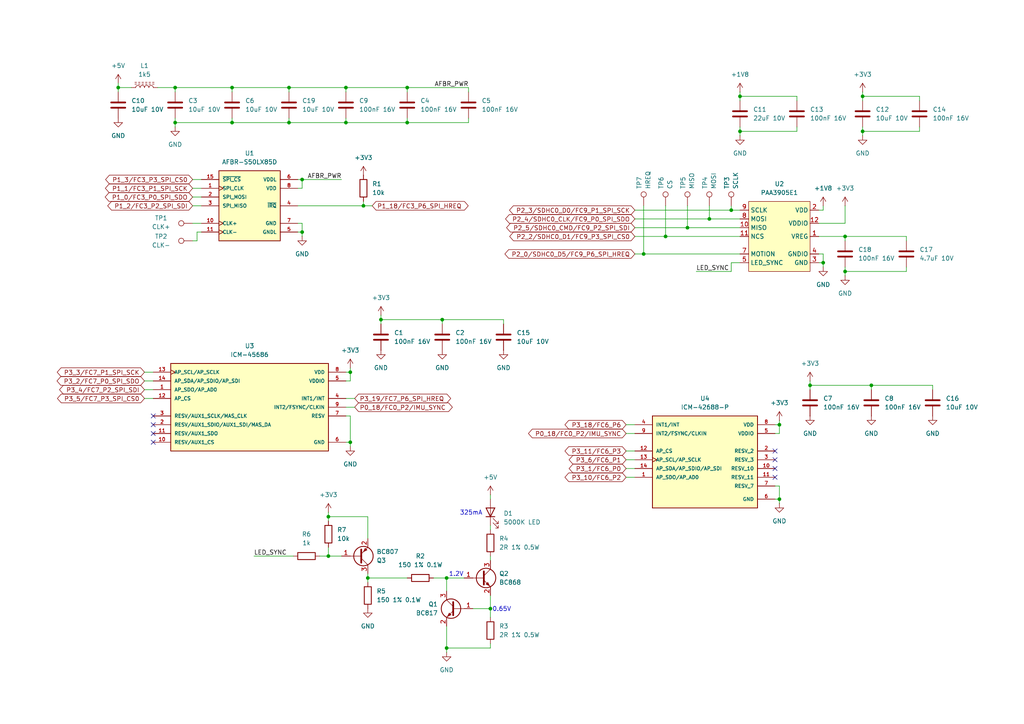
<source format=kicad_sch>
(kicad_sch (version 20250114) (generator "eeschema") (generator_version "9.0")
  (paper "A4")
  (title_block (title "MR-MCXN-T1-OFLO") (date "2025-04-16") (rev "X0") (company "NXP SEMICONDUCTORS B.V.") (comment 3 "DESIGNER: YOURI TILS") (comment 4 "CTO SYSTEM INNOVATIONS / MOBILE ROBOTICS DOMAIN"))
  (lib_symbols
    (symbol "Connector:TestPoint" (pin_numbers (hide yes)) (pin_names (offset 0.762) (hide yes))
      (property "Reference" "TP" (at 0 6.858 0))
      (property "Value" "TestPoint" (at 0 5.08 0))
      (symbol "TestPoint_1_1"
        (pin passive line (at 0 0 90) (length 2.54) (name "1") (number "1"))
      )
    )
    (symbol "Device:C" (pin_numbers (hide yes)) (pin_names (offset 0.254))
      (property "Reference" "C" (at 0.635 2.54 0))
      (property "Value" "C" (at 0.635 -2.54 0))
      (symbol "C_1_1"
        (pin passive line (at 0 3.81 270) (length 2.794) (name "~") (number "1"))
        (pin passive line (at 0 -3.81 90) (length 2.794) (name "~") (number "2"))
      )
    )
    (symbol "Device:LED" (pin_numbers (hide yes)) (pin_names (offset 1.016) (hide yes))
      (property "Reference" "D" (at 0 2.54 0))
      (property "Value" "LED" (at 0 -2.54 0))
      (symbol "LED_1_1"
        (pin passive line (at -3.81 0 0) (length 2.54) (name "K") (number "1"))
        (pin passive line (at 3.81 0 180) (length 2.54) (name "A") (number "2"))
      )
    )
    (symbol "Device:L_Ferrite" (pin_numbers (hide yes)) (pin_names (offset 1.016) (hide yes))
      (property "Reference" "L" (at -1.27 0 90))
      (property "Value" "L_Ferrite" (at 2.794 0 90))
      (symbol "L_Ferrite_1_1"
        (pin passive line (at 0 3.81 270) (length 1.27) (name "1") (number "1"))
        (pin passive line (at 0 -3.81 90) (length 1.27) (name "2") (number "2"))
      )
    )
    (symbol "Device:R" (pin_numbers (hide yes)) (pin_names (offset 0))
      (property "Reference" "R" (at 2.032 0 90))
      (property "Value" "R" (at 0 0 90))
      (symbol "R_1_1"
        (pin passive line (at 0 3.81 270) (length 1.27) (name "~") (number "1"))
        (pin passive line (at 0 -3.81 90) (length 1.27) (name "~") (number "2"))
      )
    )
    (symbol "Sensors:AFBR-S50LX85D" (pin_names (offset 1.016))
      (property "Reference" "U" (at -8.89 10.795 0))
      (property "Value" "AFBR-S50LX85D" (at -8.89 -12.446 0))
      (symbol "AFBR-S50LX85D_0_0"
        (pin input line (at -13.97 7.62 0) (length 5.08) (name "~{SPI_CS}") (number "15"))
        (pin input clock (at -13.97 5.08 0) (length 5.08) (name "SPI_CLK") (number "1"))
        (pin input line (at -13.97 2.54 0) (length 5.08) (name "SPI_MOSI") (number "2"))
        (pin output line (at -13.97 0 0) (length 5.08) (name "SPI_MISO") (number "3"))
        (pin bidirectional clock (at -13.97 -5.08 0) (length 5.08) (name "CLK+") (number "10"))
        (pin bidirectional clock (at -13.97 -7.62 0) (length 5.08) (name "CLK-") (number "11"))
        (pin power_in line (at 13.97 7.62 180) (length 5.08) (name "VDDL") (number "6"))
        (pin power_in line (at 13.97 5.08 180) (length 5.08) (hide yes) (name "VDD") (number "13"))
        (pin power_in line (at 13.97 5.08 180) (length 5.08) (name "VDD") (number "8"))
        (pin no_connect line (at 13.97 2.54 180) (length 5.08) (hide yes) (name "TEST") (number "12"))
        (pin output line (at 13.97 0 180) (length 5.08) (name "~{IRQ}") (number "4"))
        (pin power_in line (at 13.97 -5.08 180) (length 5.08) (hide yes) (name "GND") (number "14"))
        (pin power_in line (at 13.97 -5.08 180) (length 5.08) (name "GND") (number "7"))
        (pin power_in line (at 13.97 -5.08 180) (length 5.08) (hide yes) (name "GND") (number "9"))
        (pin power_in line (at 13.97 -7.62 180) (length 5.08) (name "GNDL") (number "5"))
      )
    )
    (symbol "Sensors:ICM-42688-P" (pin_names (offset 1.016))
      (property "Reference" "U" (at -14.986 13.462 0))
      (property "Value" "ICM-42688-P" (at -14.986 -16.256 0))
      (symbol "ICM-42688-P_0_0"
        (pin output line (at -20.32 10.16 0) (length 5.08) (name "INT1/INT") (number "4"))
        (pin bidirectional line (at -20.32 7.62 0) (length 5.08) (name "INT2/FSYNC/CLKIN") (number "9"))
        (pin input line (at -20.32 2.54 0) (length 5.08) (name "AP_CS") (number "12"))
        (pin input clock (at -20.32 0 0) (length 5.08) (name "AP_SCL/AP_SCLK") (number "13"))
        (pin bidirectional line (at -20.32 -2.54 0) (length 5.08) (name "AP_SDA/AP_SDIO/AP_SDI") (number "14"))
        (pin bidirectional line (at -20.32 -5.08 0) (length 5.08) (name "AP_SDO/AP_AD0") (number "1"))
        (pin power_in line (at 20.32 10.16 180) (length 5.08) (name "VDD") (number "8"))
        (pin power_in line (at 20.32 7.62 180) (length 5.08) (name "VDDIO") (number "5"))
        (pin passive line (at 20.32 2.54 180) (length 5.08) (name "RESV_2") (number "2"))
        (pin passive line (at 20.32 0 180) (length 5.08) (name "RESV_3") (number "3"))
        (pin passive line (at 20.32 -2.54 180) (length 5.08) (name "RESV_10") (number "10"))
        (pin passive line (at 20.32 -5.08 180) (length 5.08) (name "RESV_11") (number "11"))
        (pin passive line (at 20.32 -7.62 180) (length 5.08) (name "RESV_7") (number "7"))
        (pin power_in line (at 20.32 -11.43 180) (length 5.08) (name "GND") (number "6"))
      )
    )
    (symbol "Sensors:ICM-45686" (pin_names (offset 1.016))
      (property "Reference" "U" (at -40.386 17.272 0))
      (property "Value" "ICM-45686" (at -40.132 -9.906 0))
      (symbol "ICM-45686_0_0"
        (pin input clock (at -45.72 13.97 0) (length 5.08) (name "AP_SCL/AP_SCLK") (number "13"))
        (pin bidirectional line (at -45.72 11.43 0) (length 5.08) (name "AP_SDA/AP_SDIO/AP_SDI") (number "14"))
        (pin output line (at -45.72 8.89 0) (length 5.08) (name "AP_SDO/AP_AD0") (number "1"))
        (pin input line (at -45.72 6.35 0) (length 5.08) (name "AP_CS") (number "12"))
        (pin input line (at -45.72 1.27 0) (length 5.08) (name "RESV/AUX1_SCLK/MAS_CLK") (number "3"))
        (pin bidirectional line (at -45.72 -1.27 0) (length 5.08) (name "RESV/AUX1_SDIO/AUX1_SDI/MAS_DA") (number "2"))
        (pin output line (at -45.72 -3.81 0) (length 5.08) (name "RESV/AUX1_SDO") (number "11"))
        (pin input line (at -45.72 -6.35 0) (length 5.08) (name "RESV/AUX1_CS") (number "10"))
        (pin power_in line (at 10.16 13.97 180) (length 5.08) (name "VDD") (number "8"))
        (pin power_in line (at 10.16 11.43 180) (length 5.08) (name "VDDIO") (number "5"))
        (pin output line (at 10.16 6.35 180) (length 5.08) (name "INT1/INT") (number "4"))
        (pin bidirectional line (at 10.16 3.81 180) (length 5.08) (name "INT2/FSYNC/CLKIN") (number "9"))
        (pin bidirectional line (at 10.16 1.27 180) (length 5.08) (name "RESV") (number "7"))
        (pin power_in line (at 10.16 -6.35 180) (length 5.08) (name "GND") (number "6"))
      )
    )
    (symbol "Sensors:PAA3905E1"
      (property "Reference" "U" (at -7.874 11.43 0))
      (property "Value" "PAA3905E1" (at -3.302 -11.684 0))
      (symbol "PAA3905E1_1_1"
        (pin input line (at -11.43 7.62 0) (length 2.54) (name "SCLK") (number "9"))
        (pin bidirectional line (at -11.43 5.08 0) (length 2.54) (name "MOSI") (number "8"))
        (pin bidirectional line (at -11.43 2.54 0) (length 2.54) (name "MISO") (number "10"))
        (pin input line (at -11.43 0 0) (length 2.54) (name "NCS") (number "11"))
        (pin passive line (at -11.43 -2.54 0) (length 2.54) (hide yes) (name "NC") (number "6"))
        (pin output line (at -11.43 -5.08 0) (length 2.54) (name "MOTION") (number "7"))
        (pin output line (at -11.43 -7.62 0) (length 2.54) (name "LED_SYNC") (number "5"))
        (pin power_in line (at 11.43 7.62 180) (length 2.54) (name "VDD") (number "2"))
        (pin power_in line (at 11.43 3.81 180) (length 2.54) (name "VDDIO") (number "12"))
        (pin power_in line (at 11.43 0 180) (length 2.54) (name "VREG") (number "1"))
        (pin power_in line (at 11.43 -5.08 180) (length 2.54) (name "GNDIO") (number "4"))
        (pin power_in line (at 11.43 -7.62 180) (length 2.54) (name "GND") (number "3"))
      )
    )
    (symbol "Transistor_BJT:BC807" (pin_names (offset 0) (hide yes))
      (property "Reference" "Q" (at 5.08 1.905 0))
      (property "Value" "BC807" (at 5.08 0 0))
      (symbol "BC807_1_1"
        (pin input line (at -5.08 0 0) (length 2.54) (name "B") (number "1"))
        (pin passive line (at 2.54 5.08 270) (length 2.54) (name "C") (number "3"))
        (pin passive line (at 2.54 -5.08 90) (length 2.54) (name "E") (number "2"))
      )
    )
    (symbol "Transistor_BJT:BC817" (pin_names (offset 0) (hide yes))
      (property "Reference" "Q" (at 5.08 1.905 0))
      (property "Value" "BC817" (at 5.08 0 0))
      (symbol "BC817_1_1"
        (pin input line (at -5.08 0 0) (length 2.54) (name "B") (number "1"))
        (pin passive line (at 2.54 5.08 270) (length 2.54) (name "C") (number "3"))
        (pin passive line (at 2.54 -5.08 90) (length 2.54) (name "E") (number "2"))
      )
    )
    (symbol "power:+1V8" (power) (pin_numbers (hide yes)) (pin_names (offset 0) (hide yes))
      (property "Value" "+1V8" (at 0 3.556 0))
      (symbol "+1V8_1_1"
        (pin power_in line (at 0 0 90) (length 0) (name "~") (number "1"))
      )
    )
    (symbol "power:+3V3" (power) (pin_numbers (hide yes)) (pin_names (offset 0) (hide yes))
      (property "Value" "+3V3" (at 0 3.556 0))
      (symbol "+3V3_1_1"
        (pin power_in line (at 0 0 90) (length 0) (name "~") (number "1"))
      )
    )
    (symbol "power:+5V" (power) (pin_numbers (hide yes)) (pin_names (offset 0) (hide yes))
      (property "Value" "+5V" (at 0 3.556 0))
      (symbol "+5V_1_1"
        (pin power_in line (at 0 0 90) (length 0) (name "~") (number "1"))
      )
    )
    (symbol "power:GND" (power) (pin_numbers (hide yes)) (pin_names (offset 0) (hide yes))
      (property "Value" "GND" (at 0 -3.81 0))
      (symbol "GND_1_1"
        (pin power_in line (at 0 0 270) (length 0) (name "~") (number "1"))
      )
    )
  )
  (text "325mA" (at 136.652 148.844 0) (effects (font (size 1.27 1.27))))
  (text "0.65V" (at 145.542 176.784 0) (effects (font (size 1.27 1.27))))
  (text "1.2V" (at 132.334 166.624 0) (effects (font (size 1.27 1.27))))
  (junction (at 101.6 107.95))
  (junction (at 142.24 176.53))
  (junction (at 129.54 167.64))
  (junction (at 212.09 60.96))
  (junction (at 101.6 128.27))
  (junction (at 100.33 35.56))
  (junction (at 250.19 38.1))
  (junction (at 105.41 59.69))
  (junction (at 50.8 35.56))
  (junction (at 118.11 25.4))
  (junction (at 238.76 76.2))
  (junction (at 67.31 25.4))
  (junction (at 118.11 35.56))
  (junction (at 226.06 123.19))
  (junction (at 245.11 78.74))
  (junction (at 87.63 52.07))
  (junction (at 87.63 67.31))
  (junction (at 95.25 149.86))
  (junction (at 129.54 187.96))
  (junction (at 250.19 27.94))
  (junction (at 199.39 66.04))
  (junction (at 245.11 68.58))
  (junction (at 106.68 167.64))
  (junction (at 100.33 25.4))
  (junction (at 128.27 92.71))
  (junction (at 83.82 35.56))
  (junction (at 193.04 68.58))
  (junction (at 110.49 92.71))
  (junction (at 205.74 63.5))
  (junction (at 83.82 25.4))
  (junction (at 50.8 25.4))
  (junction (at 214.63 38.1))
  (junction (at 67.31 35.56))
  (junction (at 226.06 144.78))
  (junction (at 186.69 73.66))
  (junction (at 234.95 111.76))
  (junction (at 34.29 25.4))
  (junction (at 214.63 27.94))
  (junction (at 252.73 111.76))
  (junction (at 95.25 161.29))
  (no_connect (at 44.45 125.73))
  (no_connect (at 224.79 130.81))
  (no_connect (at 44.45 128.27))
  (no_connect (at 224.79 135.89))
  (no_connect (at 44.45 120.65))
  (no_connect (at 44.45 123.19))
  (no_connect (at 224.79 133.35))
  (no_connect (at 224.79 138.43))
  (wire (pts (xy 55.88 54.61) (xy 58.42 54.61)))
  (wire (pts (xy 135.89 35.56) (xy 135.89 34.29)))
  (wire (pts (xy 100.33 120.65) (xy 101.6 120.65)))
  (wire (pts (xy 266.7 27.94) (xy 250.19 27.94)))
  (wire (pts (xy 142.24 143.51) (xy 142.24 144.78)))
  (wire (pts (xy 181.61 130.81) (xy 184.15 130.81)))
  (wire (pts (xy 67.31 34.29) (xy 67.31 35.56)))
  (wire (pts (xy 250.19 27.94) (xy 250.19 29.21)))
  (wire (pts (xy 193.04 59.69) (xy 193.04 68.58)))
  (wire (pts (xy 237.49 60.96) (xy 238.76 60.96)))
  (wire (pts (xy 184.15 63.5) (xy 205.74 63.5)))
  (wire (pts (xy 41.91 115.57) (xy 44.45 115.57)))
  (wire (pts (xy 100.33 35.56) (xy 118.11 35.56)))
  (wire (pts (xy 55.88 69.85) (xy 57.15 69.85)))
  (wire (pts (xy 50.8 25.4) (xy 50.8 26.67)))
  (wire (pts (xy 106.68 166.37) (xy 106.68 167.64)))
  (wire (pts (xy 245.11 64.77) (xy 237.49 64.77)))
  (wire (pts (xy 87.63 52.07) (xy 99.06 52.07)))
  (wire (pts (xy 238.76 60.96) (xy 238.76 59.69)))
  (wire (pts (xy 101.6 106.68) (xy 101.6 107.95)))
  (wire (pts (xy 128.27 92.71) (xy 128.27 93.98)))
  (wire (pts (xy 50.8 25.4) (xy 67.31 25.4)))
  (wire (pts (xy 57.15 67.31) (xy 58.42 67.31)))
  (wire (pts (xy 270.51 111.76) (xy 270.51 113.03)))
  (wire (pts (xy 234.95 110.49) (xy 234.95 111.76)))
  (wire (pts (xy 129.54 181.61) (xy 129.54 187.96)))
  (wire (pts (xy 128.27 92.71) (xy 146.05 92.71)))
  (wire (pts (xy 181.61 125.73) (xy 184.15 125.73)))
  (wire (pts (xy 105.41 58.42) (xy 105.41 59.69)))
  (wire (pts (xy 50.8 34.29) (xy 50.8 35.56)))
  (wire (pts (xy 201.93 78.74) (xy 212.09 78.74)))
  (wire (pts (xy 101.6 110.49) (xy 100.33 110.49)))
  (wire (pts (xy 252.73 111.76) (xy 270.51 111.76)))
  (wire (pts (xy 86.36 52.07) (xy 87.63 52.07)))
  (wire (pts (xy 245.11 69.85) (xy 245.11 68.58)))
  (wire (pts (xy 181.61 135.89) (xy 184.15 135.89)))
  (wire (pts (xy 205.74 59.69) (xy 205.74 63.5)))
  (wire (pts (xy 55.88 59.69) (xy 58.42 59.69)))
  (wire (pts (xy 237.49 68.58) (xy 245.11 68.58)))
  (wire (pts (xy 238.76 76.2) (xy 238.76 73.66)))
  (wire (pts (xy 45.72 25.4) (xy 50.8 25.4)))
  (wire (pts (xy 193.04 68.58) (xy 214.63 68.58)))
  (wire (pts (xy 87.63 64.77) (xy 86.36 64.77)))
  (wire (pts (xy 238.76 73.66) (xy 237.49 73.66)))
  (wire (pts (xy 125.73 167.64) (xy 129.54 167.64)))
  (wire (pts (xy 110.49 93.98) (xy 110.49 92.71)))
  (wire (pts (xy 86.36 59.69) (xy 105.41 59.69)))
  (wire (pts (xy 245.11 78.74) (xy 262.89 78.74)))
  (wire (pts (xy 181.61 123.19) (xy 184.15 123.19)))
  (wire (pts (xy 67.31 25.4) (xy 83.82 25.4)))
  (wire (pts (xy 184.15 68.58) (xy 193.04 68.58)))
  (wire (pts (xy 137.16 176.53) (xy 142.24 176.53)))
  (wire (pts (xy 41.91 113.03) (xy 44.45 113.03)))
  (wire (pts (xy 101.6 128.27) (xy 101.6 129.54)))
  (wire (pts (xy 184.15 66.04) (xy 199.39 66.04)))
  (wire (pts (xy 237.49 76.2) (xy 238.76 76.2)))
  (wire (pts (xy 129.54 167.64) (xy 129.54 171.45)))
  (wire (pts (xy 106.68 167.64) (xy 118.11 167.64)))
  (wire (pts (xy 34.29 25.4) (xy 34.29 26.67)))
  (wire (pts (xy 87.63 52.07) (xy 87.63 54.61)))
  (wire (pts (xy 224.79 144.78) (xy 226.06 144.78)))
  (wire (pts (xy 184.15 60.96) (xy 212.09 60.96)))
  (wire (pts (xy 226.06 123.19) (xy 226.06 125.73)))
  (wire (pts (xy 100.33 118.11) (xy 102.87 118.11)))
  (wire (pts (xy 181.61 138.43) (xy 184.15 138.43)))
  (wire (pts (xy 101.6 120.65) (xy 101.6 128.27)))
  (wire (pts (xy 118.11 35.56) (xy 118.11 34.29)))
  (wire (pts (xy 118.11 25.4) (xy 118.11 26.67)))
  (wire (pts (xy 231.14 29.21) (xy 231.14 27.94)))
  (wire (pts (xy 142.24 152.4) (xy 142.24 153.67)))
  (wire (pts (xy 55.88 52.07) (xy 58.42 52.07)))
  (wire (pts (xy 118.11 25.4) (xy 135.89 25.4)))
  (wire (pts (xy 250.19 26.67) (xy 250.19 27.94)))
  (wire (pts (xy 50.8 35.56) (xy 50.8 36.83)))
  (wire (pts (xy 95.25 161.29) (xy 99.06 161.29)))
  (wire (pts (xy 129.54 167.64) (xy 134.62 167.64)))
  (wire (pts (xy 262.89 78.74) (xy 262.89 77.47)))
  (wire (pts (xy 100.33 25.4) (xy 100.33 26.67)))
  (wire (pts (xy 214.63 38.1) (xy 214.63 39.37)))
  (wire (pts (xy 142.24 179.07) (xy 142.24 176.53)))
  (wire (pts (xy 41.91 107.95) (xy 44.45 107.95)))
  (wire (pts (xy 199.39 59.69) (xy 199.39 66.04)))
  (wire (pts (xy 205.74 63.5) (xy 214.63 63.5)))
  (wire (pts (xy 186.69 73.66) (xy 214.63 73.66)))
  (wire (pts (xy 231.14 38.1) (xy 231.14 36.83)))
  (wire (pts (xy 34.29 24.13) (xy 34.29 25.4)))
  (wire (pts (xy 226.06 121.92) (xy 226.06 123.19)))
  (wire (pts (xy 118.11 35.56) (xy 135.89 35.56)))
  (wire (pts (xy 245.11 77.47) (xy 245.11 78.74)))
  (wire (pts (xy 95.25 149.86) (xy 106.68 149.86)))
  (wire (pts (xy 214.63 26.67) (xy 214.63 27.94)))
  (wire (pts (xy 100.33 115.57) (xy 102.87 115.57)))
  (wire (pts (xy 142.24 176.53) (xy 142.24 172.72)))
  (wire (pts (xy 212.09 60.96) (xy 214.63 60.96)))
  (wire (pts (xy 262.89 68.58) (xy 262.89 69.85)))
  (wire (pts (xy 86.36 67.31) (xy 87.63 67.31)))
  (wire (pts (xy 73.66 161.29) (xy 85.09 161.29)))
  (wire (pts (xy 238.76 77.47) (xy 238.76 76.2)))
  (wire (pts (xy 231.14 27.94) (xy 214.63 27.94)))
  (wire (pts (xy 55.88 64.77) (xy 58.42 64.77)))
  (wire (pts (xy 87.63 67.31) (xy 87.63 64.77)))
  (wire (pts (xy 226.06 125.73) (xy 224.79 125.73)))
  (wire (pts (xy 224.79 140.97) (xy 226.06 140.97)))
  (wire (pts (xy 181.61 133.35) (xy 184.15 133.35)))
  (wire (pts (xy 67.31 35.56) (xy 83.82 35.56)))
  (wire (pts (xy 106.68 149.86) (xy 106.68 156.21)))
  (wire (pts (xy 252.73 111.76) (xy 252.73 113.03)))
  (wire (pts (xy 234.95 111.76) (xy 252.73 111.76)))
  (wire (pts (xy 95.25 161.29) (xy 95.25 158.75)))
  (wire (pts (xy 129.54 187.96) (xy 129.54 189.23)))
  (wire (pts (xy 142.24 162.56) (xy 142.24 161.29)))
  (wire (pts (xy 41.91 110.49) (xy 44.45 110.49)))
  (wire (pts (xy 100.33 25.4) (xy 118.11 25.4)))
  (wire (pts (xy 212.09 59.69) (xy 212.09 60.96)))
  (wire (pts (xy 100.33 107.95) (xy 101.6 107.95)))
  (wire (pts (xy 106.68 167.64) (xy 106.68 168.91)))
  (wire (pts (xy 34.29 25.4) (xy 38.1 25.4)))
  (wire (pts (xy 135.89 26.67) (xy 135.89 25.4)))
  (wire (pts (xy 57.15 69.85) (xy 57.15 67.31)))
  (wire (pts (xy 245.11 78.74) (xy 245.11 80.01)))
  (wire (pts (xy 226.06 146.05) (xy 226.06 144.78)))
  (wire (pts (xy 55.88 57.15) (xy 58.42 57.15)))
  (wire (pts (xy 92.71 161.29) (xy 95.25 161.29)))
  (wire (pts (xy 186.69 59.69) (xy 186.69 73.66)))
  (wire (pts (xy 50.8 35.56) (xy 67.31 35.56)))
  (wire (pts (xy 226.06 140.97) (xy 226.06 144.78)))
  (wire (pts (xy 250.19 38.1) (xy 266.7 38.1)))
  (wire (pts (xy 95.25 151.13) (xy 95.25 149.86)))
  (wire (pts (xy 266.7 38.1) (xy 266.7 36.83)))
  (wire (pts (xy 110.49 92.71) (xy 128.27 92.71)))
  (wire (pts (xy 224.79 123.19) (xy 226.06 123.19)))
  (wire (pts (xy 105.41 59.69) (xy 107.95 59.69)))
  (wire (pts (xy 212.09 76.2) (xy 214.63 76.2)))
  (wire (pts (xy 214.63 38.1) (xy 231.14 38.1)))
  (wire (pts (xy 83.82 25.4) (xy 83.82 26.67)))
  (wire (pts (xy 234.95 113.03) (xy 234.95 111.76)))
  (wire (pts (xy 83.82 34.29) (xy 83.82 35.56)))
  (wire (pts (xy 83.82 25.4) (xy 100.33 25.4)))
  (wire (pts (xy 184.15 73.66) (xy 186.69 73.66)))
  (wire (pts (xy 250.19 38.1) (xy 250.19 39.37)))
  (wire (pts (xy 245.11 68.58) (xy 262.89 68.58)))
  (wire (pts (xy 100.33 34.29) (xy 100.33 35.56)))
  (wire (pts (xy 266.7 29.21) (xy 266.7 27.94)))
  (wire (pts (xy 67.31 25.4) (xy 67.31 26.67)))
  (wire (pts (xy 83.82 35.56) (xy 100.33 35.56)))
  (wire (pts (xy 100.33 128.27) (xy 101.6 128.27)))
  (wire (pts (xy 101.6 107.95) (xy 101.6 110.49)))
  (wire (pts (xy 87.63 68.58) (xy 87.63 67.31)))
  (wire (pts (xy 95.25 148.59) (xy 95.25 149.86)))
  (wire (pts (xy 212.09 78.74) (xy 212.09 76.2)))
  (wire (pts (xy 214.63 36.83) (xy 214.63 38.1)))
  (wire (pts (xy 245.11 59.69) (xy 245.11 64.77)))
  (wire (pts (xy 110.49 91.44) (xy 110.49 92.71)))
  (wire (pts (xy 142.24 187.96) (xy 142.24 186.69)))
  (wire (pts (xy 146.05 92.71) (xy 146.05 93.98)))
  (wire (pts (xy 87.63 54.61) (xy 86.36 54.61)))
  (wire (pts (xy 250.19 36.83) (xy 250.19 38.1)))
  (wire (pts (xy 214.63 27.94) (xy 214.63 29.21)))
  (wire (pts (xy 199.39 66.04) (xy 214.63 66.04)))
  (wire (pts (xy 129.54 187.96) (xy 142.24 187.96)))
  (label "AFBR_PWR" (at 135.89 25.4 180))
  (label "LED_SYNC" (at 73.66 161.29 0))
  (label "AFBR_PWR" (at 99.06 52.07 180))
  (label "LED_SYNC" (at 201.93 78.74 0))
  (global_label "P1_1{slash}FC3_P1_SPI_SCK" (shape bidirectional) (at 55.88 54.61 180) (property "Intersheetrefs" "${INTERSHEET_REFS}" (at 30.0122 54.61 0) (effects (justify right))))
  (global_label "P3_18{slash}FC6_P6" (shape bidirectional) (at 181.61 123.19 180) (property "Intersheetrefs" "${INTERSHEET_REFS}" (at 163.3017 123.19 0) (effects (justify right))))
  (global_label "P0_18{slash}FC0_P2{slash}IMU_SYNC" (shape bidirectional) (at 181.61 125.73 180) (property "Intersheetrefs" "${INTERSHEET_REFS}" (at 152.7183 125.73 0) (effects (justify right))))
  (global_label "P1_2{slash}FC3_P2_SPI_SDI" (shape bidirectional) (at 55.88 59.69 180) (property "Intersheetrefs" "${INTERSHEET_REFS}" (at 30.6774 59.69 0) (effects (justify right))))
  (global_label "P3_6{slash}FC6_P1" (shape bidirectional) (at 181.61 133.35 180) (property "Intersheetrefs" "${INTERSHEET_REFS}" (at 164.5112 133.35 0) (effects (justify right))))
  (global_label "P2_2/SDHC0_D1/FC9_P3_SPI_CS0" (shape bidirectional) (at 184.15 68.58 180) (property "Intersheetrefs" "${INTERSHEET_REFS}" (at 147.2756 68.58 0) (effects (justify right))))
  (global_label "P1_18{slash}FC3_P6_SPI_HREQ" (shape bidirectional) (at 107.95 59.69 0) (property "Intersheetrefs" "${INTERSHEET_REFS}" (at 136.3578 59.69 0) (effects (justify left))))
  (global_label "P2_0/SDHC0_D5/FC9_P6_SPI_HREQ" (shape bidirectional) (at 184.15 73.66 180) (property "Intersheetrefs" "${INTERSHEET_REFS}" (at 145.8846 73.66 0) (effects (justify right))))
  (global_label "P3_2{slash}FC7_P0_SPI_SDO" (shape bidirectional) (at 41.91 110.49 180) (property "Intersheetrefs" "${INTERSHEET_REFS}" (at 15.9817 110.49 0) (effects (justify right))))
  (global_label "P1_3{slash}FC3_P3_SPI_CS0" (shape bidirectional) (at 55.88 52.07 180) (property "Intersheetrefs" "${INTERSHEET_REFS}" (at 30.0727 52.07 0) (effects (justify right))))
  (global_label "P3_10{slash}FC6_P2" (shape bidirectional) (at 181.61 138.43 180) (property "Intersheetrefs" "${INTERSHEET_REFS}" (at 163.3017 138.43 0) (effects (justify right))))
  (global_label "P3_19{slash}FC7_P6_SPI_HREQ" (shape bidirectional) (at 102.87 115.57 0) (property "Intersheetrefs" "${INTERSHEET_REFS}" (at 131.2778 115.57 0) (effects (justify left))))
  (global_label "P3_4{slash}FC7_P2_SPI_SDI" (shape bidirectional) (at 41.91 113.03 180) (property "Intersheetrefs" "${INTERSHEET_REFS}" (at 16.7074 113.03 0) (effects (justify right))))
  (global_label "P3_1{slash}FC6_P0" (shape bidirectional) (at 181.61 135.89 180) (property "Intersheetrefs" "${INTERSHEET_REFS}" (at 164.5112 135.89 0) (effects (justify right))))
  (global_label "P2_3/SDHC0_D0/FC9_P1_SPI_SCK" (shape bidirectional) (at 184.15 60.96 180) (property "Intersheetrefs" "${INTERSHEET_REFS}" (at 147.2151 60.96 0) (effects (justify right))))
  (global_label "P2_4/SDHC0_CLK/FC9_P0_SPI_SDO" (shape bidirectional) (at 184.15 63.5 180) (property "Intersheetrefs" "${INTERSHEET_REFS}" (at 146.066 63.5 0) (effects (justify right))))
  (global_label "P1_0{slash}FC3_P0_SPI_SDO" (shape bidirectional) (at 55.88 57.15 180) (property "Intersheetrefs" "${INTERSHEET_REFS}" (at 29.9517 57.15 0) (effects (justify right))))
  (global_label "P3_11{slash}FC6_P3" (shape bidirectional) (at 181.61 130.81 180) (property "Intersheetrefs" "${INTERSHEET_REFS}" (at 163.3017 130.81 0) (effects (justify right))))
  (global_label "P2_5/SDHC0_CMD/FC9_P2_SPI_SDI" (shape bidirectional) (at 184.15 66.04 180) (property "Intersheetrefs" "${INTERSHEET_REFS}" (at 146.3684 66.04 0) (effects (justify right))))
  (global_label "P3_5{slash}FC7_P3_SPI_CS0" (shape bidirectional) (at 41.91 115.57 180) (property "Intersheetrefs" "${INTERSHEET_REFS}" (at 16.1027 115.57 0) (effects (justify right))))
  (global_label "P3_3{slash}FC7_P1_SPI_SCK" (shape bidirectional) (at 41.91 107.95 180) (property "Intersheetrefs" "${INTERSHEET_REFS}" (at 16.0422 107.95 0) (effects (justify right))))
  (global_label "P0_18{slash}FC0_P2{slash}IMU_SYNC" (shape bidirectional) (at 102.87 118.11 0) (property "Intersheetrefs" "${INTERSHEET_REFS}" (at 131.7617 118.11 0) (effects (justify left))))
  (symbol (lib_id "Sensors:AFBR-S50LX85D") (at 72.39 59.69 0) (unit 1)
    (property "Reference" "U1" (at 72.39 44.45 0))
    (property "Value" "AFBR-S50LX85D" (at 72.39 46.99 0))
    (property "Footprint" "Sensors:AFBR-S50xxxxx" (effects (hide yes)))
    (property "Datasheet" "https://docs.broadcom.com/doc/AFBR-S50LX85D-DS" (effects (hide yes)))
    (property "MF" "Broadcom Limited" (effects (hide yes)))
    (property "MFPN" "AFBR-S50LX85D" (effects (hide yes)))
    (property "DigiKey" "516-AFBR-S50LX85D-ND" (effects (hide yes)))
  )
  (symbol (lib_id "power:GND") (at 50.8 36.83 0) (unit 1)
    (property "Reference" "#PWR54" (effects (hide yes)))
    (property "Value" "GND" (at 50.8 41.91 0))
    (property "Description" "Power symbol creates a global label with name \"GND\" , ground" (effects (hide yes)))
  )
  (symbol (lib_id "Device:C") (at 50.8 30.48 0) (unit 1)
    (property "Reference" "C3" (at 54.61 29.2099 0) (effects (justify left)))
    (property "Value" "10uF 10V" (at 54.61 31.7499 0) (effects (justify left)))
    (property "Footprint" "Capacitor_SMD:C_0805_2012Metric" (effects (hide yes)))
    (property "Description" "Unpolarized capacitor" (effects (hide yes)))
    (property "MF" "Murata Electronics" (effects (hide yes)))
    (property "MFPN" "GRM21BR71A106KE51L" (effects (hide yes)))
    (property "JLCPCB" "C86038" (effects (hide yes)))
    (property "DigiKey" "490-14381-1-ND" (effects (hide yes)))
  )
  (symbol (lib_id "power:+3V3") (at 95.25 148.59 0) (mirror y) (unit 1)
    (property "Reference" "#PWR075" (effects (hide yes)))
    (property "Value" "+3V3" (at 95.25 143.51 0))
    (property "Description" "Power symbol creates a global label with name \"+3V3\"" (effects (hide yes)))
  )
  (symbol (lib_id "Device:R") (at 142.24 157.48 0) (unit 1)
    (property "Reference" "R4" (at 144.78 156.2099 0) (effects (justify left)))
    (property "Value" "2R 1% 0.5W" (at 144.78 158.7499 0) (effects (justify left)))
    (property "Footprint" "Resistor_SMD:R_1210_3225Metric" (effects (hide yes)))
    (property "Description" "Resistor" (effects (hide yes)))
    (property "MF" "YAGEO" (effects (hide yes)))
    (property "MFPN" "RC1210FR-072RL" (effects (hide yes)))
    (property "DigiKey" "13-RC1210FR-072RLCT-ND" (effects (hide yes)))
  )
  (symbol (lib_id "power:GND") (at 106.68 176.53 0) (unit 1)
    (property "Reference" "#PWR074" (effects (hide yes)))
    (property "Value" "GND" (at 106.68 181.61 0))
    (property "Description" "Power symbol creates a global label with name \"GND\" , ground" (effects (hide yes)))
  )
  (symbol (lib_id "Device:R") (at 105.41 54.61 0) (unit 1)
    (property "Reference" "R1" (at 107.95 53.3399 0) (effects (justify left)))
    (property "Value" "10k" (at 107.95 55.8799 0) (effects (justify left)))
    (property "Footprint" "Resistor_SMD:R_0402_1005Metric" (effects (hide yes)))
    (property "Description" "Resistor" (effects (hide yes)))
    (property "MF" "Yageo" (effects (hide yes)))
    (property "MFPN" "AC0402FR-0710KL" (effects (hide yes)))
    (property "JLCPCB" "C144807" (effects (hide yes)))
    (property "DigiKey" "YAG3436CT-ND" (effects (hide yes)))
  )
  (symbol (lib_id "Device:C") (at 262.89 73.66 0) (unit 1)
    (property "Reference" "C17" (at 266.7 72.3899 0) (effects (justify left)))
    (property "Value" "4.7uF 10V" (at 266.7 74.9299 0) (effects (justify left)))
    (property "Footprint" "Capacitor_SMD:C_0603_1608Metric" (effects (hide yes)))
    (property "Description" "Unpolarized capacitor" (effects (hide yes)))
    (property "MF" "Murata Electronics" (effects (hide yes)))
    (property "MFPN" "GRM188Z71C475KE21D" (effects (hide yes)))
    (property "JLCPCB" "C389010" (effects (hide yes)))
    (property "DigiKey" "490-GRM188Z71C475KE21DCT-ND" (effects (hide yes)))
  )
  (symbol (lib_id "Device:C") (at 118.11 30.48 0) (unit 1)
    (property "Reference" "C4" (at 121.92 29.2099 0) (effects (justify left)))
    (property "Value" "100nF 16V" (at 121.92 31.7499 0) (effects (justify left)))
    (property "Footprint" "Capacitor_SMD:C_0402_1005Metric" (effects (hide yes)))
    (property "Description" "Unpolarized capacitor" (effects (hide yes)))
    (property "MF" "Samsung Electro-Mechanics" (effects (hide yes)))
    (property "MFPN" "CL05B104KO5NNNC" (effects (hide yes)))
    (property "JLCPCB" "C1525" (effects (hide yes)))
    (property "DigiKey" "1276-1001-1-ND" (effects (hide yes)))
  )
  (symbol (lib_id "Device:C") (at 266.7 33.02 0) (unit 1)
    (property "Reference" "C14" (at 270.51 31.7499 0) (effects (justify left)))
    (property "Value" "100nF 16V" (at 270.51 34.2899 0) (effects (justify left)))
    (property "Footprint" "Capacitor_SMD:C_0402_1005Metric" (effects (hide yes)))
    (property "Description" "Unpolarized capacitor" (effects (hide yes)))
    (property "MF" "Samsung Electro-Mechanics" (effects (hide yes)))
    (property "MFPN" "CL05B104KO5NNNC" (effects (hide yes)))
    (property "JLCPCB" "C1525" (effects (hide yes)))
    (property "DigiKey" "1276-1001-1-ND" (effects (hide yes)))
  )
  (symbol (lib_id "Device:C") (at 234.95 116.84 0) (unit 1)
    (property "Reference" "C7" (at 238.76 115.5699 0) (effects (justify left)))
    (property "Value" "100nF 16V" (at 238.76 118.1099 0) (effects (justify left)))
    (property "Footprint" "Capacitor_SMD:C_0402_1005Metric" (effects (hide yes)))
    (property "Description" "Unpolarized capacitor" (effects (hide yes)))
    (property "MF" "Samsung Electro-Mechanics" (effects (hide yes)))
    (property "MFPN" "CL05B104KO5NNNC" (effects (hide yes)))
    (property "JLCPCB" "C1525" (effects (hide yes)))
    (property "DigiKey" "1276-1001-1-ND" (effects (hide yes)))
  )
  (symbol (lib_id "Transistor_BJT:BC817") (at 139.7 167.64 0) (unit 1)
    (property "Reference" "Q2" (at 144.78 166.3699 0) (effects (justify left)))
    (property "Value" "BC868" (at 144.78 168.9099 0) (effects (justify left)))
    (property "Footprint" "Package_TO_SOT_SMD:SOT-89-3" (effects (hide yes)))
    (property "Datasheet" "https://assets.nexperia.com/documents/data-sheet/BC868_SER.pdf" (effects (hide yes)))
    (property "Description" "20 V, 2 A NPN medium power transistors" (effects (hide yes)))
    (property "MF" "Nexperia USA Inc." (effects (hide yes)))
    (property "MFPN" "BC868-25,115" (effects (hide yes)))
    (property "DigiKey" "1727-1568-1-ND" (effects (hide yes)))
  )
  (symbol (lib_id "power:GND") (at 245.11 80.01 0) (unit 1)
    (property "Reference" "#PWR70" (effects (hide yes)))
    (property "Value" "GND" (at 245.11 85.09 0))
    (property "Description" "Power symbol creates a global label with name \"GND\" , ground" (effects (hide yes)))
  )
  (symbol (lib_id "power:GND") (at 250.19 39.37 0) (unit 1)
    (property "Reference" "#PWR65" (effects (hide yes)))
    (property "Value" "GND" (at 250.19 44.45 0))
    (property "Description" "Power symbol creates a global label with name \"GND\" , ground" (effects (hide yes)))
  )
  (symbol (lib_id "power:+5V") (at 34.29 24.13 0) (mirror y) (unit 1)
    (property "Reference" "#PWR53" (effects (hide yes)))
    (property "Value" "+5V" (at 34.29 19.05 0))
    (property "Description" "Power symbol creates a global label with name \"+5V\"" (effects (hide yes)))
  )
  (symbol (lib_id "power:GND") (at 214.63 39.37 0) (unit 1)
    (property "Reference" "#PWR64" (effects (hide yes)))
    (property "Value" "GND" (at 214.63 44.45 0))
    (property "Description" "Power symbol creates a global label with name \"GND\" , ground" (effects (hide yes)))
  )
  (symbol (lib_id "power:+3V3") (at 226.06 121.92 0) (mirror y) (unit 1)
    (property "Reference" "#PWR59" (effects (hide yes)))
    (property "Value" "+3V3" (at 226.06 116.84 0))
    (property "Description" "Power symbol creates a global label with name \"+3V3\"" (effects (hide yes)))
  )
  (symbol (lib_id "Sensors:PAA3905E1") (at 226.06 68.58 0) (unit 1)
    (property "Reference" "U2" (at 226.06 53.34 0))
    (property "Value" "PAA3905E1" (at 226.06 55.88 0))
    (property "Footprint" "Sensors:PAA3905E1-Q" (effects (hide yes)))
    (property "Datasheet" "https://www.codico.com/en/mpattachment/file/download/id/1203/" (effects (hide yes)))
    (property "MF" "Pixart" (effects (hide yes)))
    (property "MFPN" "PAA3905E1-Q" (effects (hide yes)))
    (property "Codico" "318864" (effects (hide yes)))
  )
  (symbol (lib_id "power:+3V3") (at 105.41 50.8 0) (mirror y) (unit 1)
    (property "Reference" "#PWR63" (effects (hide yes)))
    (property "Value" "+3V3" (at 105.41 45.72 0))
    (property "Description" "Power symbol creates a global label with name \"+3V3\"" (effects (hide yes)))
  )
  (symbol (lib_id "Device:LED") (at 142.24 148.59 90) (unit 1)
    (property "Reference" "D1" (at 146.05 148.9074 90) (effects (justify right)))
    (property "Value" "5000K LED" (at 146.05 151.4474 90) (effects (justify right)))
    (property "Footprint" "Diodes:JK3030AWT-P-U50EA" (effects (hide yes)))
    (property "Datasheet" "https://downloads.cree-led.com/files/ds/j/JSeries-3030.pdf" (effects (hide yes)))
    (property "Description" "LED J COOL WHITE 5000K SMD" (effects (hide yes)))
    (property "MF" "Cree LED" (effects (hide yes)))
    (property "MFPN" "JK3030AWT-P-U50EA0000-N0000001" (effects (hide yes)))
    (property "DigiKey" "2138-JK3030AWT-P-U50EA0000-N0000001CT-ND" (effects (hide yes)))
  )
  (symbol (lib_id "power:+1V8") (at 214.63 26.67 0) (mirror y) (unit 1)
    (property "Reference" "#PWR66" (effects (hide yes)))
    (property "Value" "+1V8" (at 214.63 21.59 0))
    (property "Description" "Power symbol creates a global label with name \"+1V8\"" (effects (hide yes)))
  )
  (symbol (lib_id "Device:R") (at 121.92 167.64 90) (unit 1)
    (property "Reference" "R2" (at 121.92 161.29 90))
    (property "Value" "150 1% 0.1W" (at 121.92 163.83 90))
    (property "Footprint" "Resistor_SMD:R_0603_1608Metric" (effects (hide yes)))
    (property "Description" "Resistor" (effects (hide yes)))
    (property "MF" "YAGEO" (effects (hide yes)))
    (property "MFPN" "AC0603FR-10150RL" (effects (hide yes)))
    (property "DigiKey" "13-AC0603FR-10150RLCT-ND" (effects (hide yes)))
  )
  (symbol (lib_id "Device:R") (at 106.68 172.72 180) (unit 1)
    (property "Reference" "R5" (at 109.22 171.4499 0) (effects (justify right)))
    (property "Value" "150 1% 0.1W" (at 109.22 173.9899 0) (effects (justify right)))
    (property "Footprint" "Resistor_SMD:R_0603_1608Metric" (effects (hide yes)))
    (property "Description" "Resistor" (effects (hide yes)))
    (property "MF" "YAGEO" (effects (hide yes)))
    (property "MFPN" "AC0603FR-10150RL" (effects (hide yes)))
    (property "DigiKey" "13-AC0603FR-10150RLCT-ND" (effects (hide yes)))
  )
  (symbol (lib_id "Connector:TestPoint") (at 205.74 59.69 0) (unit 1) (in_bom no)
    (property "Reference" "TP4" (at 204.47 54.864 90) (effects (justify left)))
    (property "Value" "MOSI" (at 207.01 54.864 90) (effects (justify left)))
    (property "Footprint" "TestPoint:TestPoint_Pad_D1.0mm" (effects (hide yes)))
    (property "Description" "test point" (effects (hide yes)))
  )
  (symbol (lib_id "Device:R") (at 142.24 182.88 0) (unit 1)
    (property "Reference" "R3" (at 144.78 181.6099 0) (effects (justify left)))
    (property "Value" "2R 1% 0.5W" (at 144.78 184.1499 0) (effects (justify left)))
    (property "Footprint" "Resistor_SMD:R_1210_3225Metric" (effects (hide yes)))
    (property "Description" "Resistor" (effects (hide yes)))
    (property "MF" "YAGEO" (effects (hide yes)))
    (property "MFPN" "RC1210FR-072RL" (effects (hide yes)))
    (property "DigiKey" "13-RC1210FR-072RLCT-ND" (effects (hide yes)))
  )
  (symbol (lib_id "Transistor_BJT:BC817") (at 132.08 176.53 0) (mirror y) (unit 1)
    (property "Reference" "Q1" (at 127 175.2599 0) (effects (justify left)))
    (property "Value" "BC817" (at 127 177.7999 0) (effects (justify left)))
    (property "Footprint" "Package_TO_SOT_SMD:SOT-23" (effects (hide yes)))
    (property "Datasheet" "https://www.onsemi.com/pub/Collateral/BC818-D.pdf" (effects (hide yes)))
    (property "Description" "0.8A Ic, 45V Vce, NPN Transistor, SOT-23" (effects (hide yes)))
    (property "DigiKey" "1727-2919-1-ND" (effects (hide yes)))
    (property "MF" "Nexperia USA Inc." (effects (hide yes)))
    (property "MFPN" "BC817-40,215" (effects (hide yes)))
  )
  (symbol (lib_id "Device:C") (at 128.27 97.79 0) (unit 1)
    (property "Reference" "C2" (at 132.08 96.5199 0) (effects (justify left)))
    (property "Value" "100nF 16V" (at 132.08 99.0599 0) (effects (justify left)))
    (property "Footprint" "Capacitor_SMD:C_0402_1005Metric" (effects (hide yes)))
    (property "Description" "Unpolarized capacitor" (effects (hide yes)))
    (property "MF" "Samsung Electro-Mechanics" (effects (hide yes)))
    (property "MFPN" "CL05B104KO5NNNC" (effects (hide yes)))
    (property "JLCPCB" "C1525" (effects (hide yes)))
    (property "DigiKey" "1276-1001-1-ND" (effects (hide yes)))
  )
  (symbol (lib_id "power:GND") (at 128.27 101.6 0) (unit 1)
    (property "Reference" "#PWR49" (effects (hide yes)))
    (property "Value" "GND" (at 128.27 106.68 0))
    (property "Description" "Power symbol creates a global label with name \"GND\" , ground" (effects (hide yes)))
  )
  (symbol (lib_id "Sensors:ICM-42688-P") (at 204.47 133.35 0) (unit 1)
    (property "Reference" "U4" (at 204.47 115.57 0))
    (property "Value" "ICM-42688-P" (at 204.47 118.11 0))
    (property "Footprint" "Sensors:IC_ICM-42688-P" (effects (hide yes)))
    (property "Datasheet" "https://product.tdk.com/system/files/dam/doc/product/sensor/mortion-inertial/imu/data_sheet/ds-000347-icm-42688-p-v1.6.pdf" (effects (hide yes)))
    (property "MF" "TDK InvenSense" (effects (hide yes)))
    (property "MFPN" "ICM-42688-P" (effects (hide yes)))
    (property "JLCPCB" "C1850418" (effects (hide yes)))
    (property "DigiKey" "1428-ICM-42688-PCT-ND" (effects (hide yes)))
  )
  (symbol (lib_id "Device:C") (at 245.11 73.66 0) (unit 1)
    (property "Reference" "C18" (at 248.92 72.3899 0) (effects (justify left)))
    (property "Value" "100nF 16V" (at 248.92 74.9299 0) (effects (justify left)))
    (property "Footprint" "Capacitor_SMD:C_0402_1005Metric" (effects (hide yes)))
    (property "Description" "Unpolarized capacitor" (effects (hide yes)))
    (property "MF" "Samsung Electro-Mechanics" (effects (hide yes)))
    (property "MFPN" "CL05B104KO5NNNC" (effects (hide yes)))
    (property "JLCPCB" "C1525" (effects (hide yes)))
    (property "DigiKey" "1276-1001-1-ND" (effects (hide yes)))
  )
  (symbol (lib_id "power:GND") (at 234.95 120.65 0) (unit 1)
    (property "Reference" "#PWR57" (effects (hide yes)))
    (property "Value" "GND" (at 234.95 125.73 0))
    (property "Description" "Power symbol creates a global label with name \"GND\" , ground" (effects (hide yes)))
  )
  (symbol (lib_id "Device:C") (at 110.49 97.79 0) (unit 1)
    (property "Reference" "C1" (at 114.3 96.5199 0) (effects (justify left)))
    (property "Value" "100nF 16V" (at 114.3 99.0599 0) (effects (justify left)))
    (property "Footprint" "Capacitor_SMD:C_0402_1005Metric" (effects (hide yes)))
    (property "Description" "Unpolarized capacitor" (effects (hide yes)))
    (property "MF" "Samsung Electro-Mechanics" (effects (hide yes)))
    (property "MFPN" "CL05B104KO5NNNC" (effects (hide yes)))
    (property "JLCPCB" "C1525" (effects (hide yes)))
    (property "DigiKey" "1276-1001-1-ND" (effects (hide yes)))
  )
  (symbol (lib_id "Device:C") (at 252.73 116.84 0) (unit 1)
    (property "Reference" "C8" (at 256.54 115.5699 0) (effects (justify left)))
    (property "Value" "100nF 16V" (at 256.54 118.1099 0) (effects (justify left)))
    (property "Footprint" "Capacitor_SMD:C_0402_1005Metric" (effects (hide yes)))
    (property "Description" "Unpolarized capacitor" (effects (hide yes)))
    (property "MF" "Samsung Electro-Mechanics" (effects (hide yes)))
    (property "MFPN" "CL05B104KO5NNNC" (effects (hide yes)))
    (property "JLCPCB" "C1525" (effects (hide yes)))
    (property "DigiKey" "1276-1001-1-ND" (effects (hide yes)))
  )
  (symbol (lib_id "power:GND") (at 238.76 77.47 0) (unit 1)
    (property "Reference" "#PWR62" (effects (hide yes)))
    (property "Value" "GND" (at 238.76 82.55 0))
    (property "Description" "Power symbol creates a global label with name \"GND\" , ground" (effects (hide yes)))
  )
  (symbol (lib_id "Device:R") (at 88.9 161.29 90) (unit 1)
    (property "Reference" "R6" (at 88.9 154.94 90))
    (property "Value" "1k" (at 88.9 157.48 90))
    (property "Footprint" "Resistor_SMD:R_0603_1608Metric" (effects (hide yes)))
    (property "Description" "Resistor" (effects (hide yes)))
    (property "DigiKey" "13-AC0603FR-101KLCT-ND" (effects (hide yes)))
    (property "MF" "YAGEO" (effects (hide yes)))
    (property "MFPN" "AC0603FR-101KL" (effects (hide yes)))
  )
  (symbol (lib_id "Device:C") (at 83.82 30.48 0) (unit 1)
    (property "Reference" "C19" (at 87.63 29.2099 0) (effects (justify left)))
    (property "Value" "10uF 10V" (at 87.63 31.7499 0) (effects (justify left)))
    (property "Footprint" "Capacitor_SMD:C_0805_2012Metric" (effects (hide yes)))
    (property "Description" "Unpolarized capacitor" (effects (hide yes)))
    (property "MF" "Murata Electronics" (effects (hide yes)))
    (property "MFPN" "GRM21BR71A106KE51L" (effects (hide yes)))
    (property "JLCPCB" "C86038" (effects (hide yes)))
    (property "DigiKey" "490-14381-1-ND" (effects (hide yes)))
  )
  (symbol (lib_id "power:+3V3") (at 101.6 106.68 0) (mirror y) (unit 1)
    (property "Reference" "#PWR46" (effects (hide yes)))
    (property "Value" "+3V3" (at 101.6 101.6 0))
    (property "Description" "Power symbol creates a global label with name \"+3V3\"" (effects (hide yes)))
  )
  (symbol (lib_id "power:+3V3") (at 245.11 59.69 0) (mirror y) (unit 1)
    (property "Reference" "#PWR61" (effects (hide yes)))
    (property "Value" "+3V3" (at 245.11 54.61 0))
    (property "Description" "Power symbol creates a global label with name \"+3V3\"" (effects (hide yes)))
  )
  (symbol (lib_id "power:+5V") (at 142.24 143.51 0) (mirror y) (unit 1)
    (property "Reference" "#PWR072" (effects (hide yes)))
    (property "Value" "+5V" (at 142.24 138.43 0))
    (property "Description" "Power symbol creates a global label with name \"+5V\"" (effects (hide yes)))
  )
  (symbol (lib_id "power:GND") (at 34.29 34.29 0) (unit 1)
    (property "Reference" "#PWR52" (effects (hide yes)))
    (property "Value" "GND" (at 34.29 39.37 0))
    (property "Description" "Power symbol creates a global label with name \"GND\" , ground" (effects (hide yes)))
  )
  (symbol (lib_id "power:+3V3") (at 250.19 26.67 0) (mirror y) (unit 1)
    (property "Reference" "#PWR67" (effects (hide yes)))
    (property "Value" "+3V3" (at 250.19 21.59 0))
    (property "Description" "Power symbol creates a global label with name \"+3V3\"" (effects (hide yes)))
  )
  (symbol (lib_id "power:GND") (at 101.6 129.54 0) (unit 1)
    (property "Reference" "#PWR50" (effects (hide yes)))
    (property "Value" "GND" (at 101.6 134.62 0))
    (property "Description" "Power symbol creates a global label with name \"GND\" , ground" (effects (hide yes)))
  )
  (symbol (lib_id "Connector:TestPoint") (at 55.88 69.85 90) (unit 1) (in_bom no)
    (property "Reference" "TP2" (at 46.736 68.58 90))
    (property "Value" "CLK-" (at 46.736 71.12 90))
    (property "Footprint" "Connector_Wire:SolderWirePad_1x01_SMD_1x2mm" (effects (hide yes)))
    (property "Description" "test point" (effects (hide yes)))
  )
  (symbol (lib_id "Connector:TestPoint") (at 212.09 59.69 0) (unit 1) (in_bom no)
    (property "Reference" "TP3" (at 210.82 54.864 90) (effects (justify left)))
    (property "Value" "SCLK" (at 213.36 54.864 90) (effects (justify left)))
    (property "Footprint" "TestPoint:TestPoint_Pad_D1.0mm" (effects (hide yes)))
    (property "Description" "test point" (effects (hide yes)))
  )
  (symbol (lib_id "Device:L_Ferrite") (at 41.91 25.4 90) (unit 1)
    (property "Reference" "L1" (at 41.91 19.05 90))
    (property "Value" "1k5" (at 41.91 21.59 90))
    (property "Footprint" "Inductor_SMD:L_0603_1608Metric" (effects (hide yes)))
    (property "Datasheet" "https://www.murata.com/en-us/products/productdata/8796741599262/ENFA0004.pdf" (effects (hide yes)))
    (property "Description" "1.5 kOhms @ 100 MHz 1 Signaallijn Kralen en spanen van ferriet 0603 (1608 metrisch) 500mA 500mOhm" (effects (hide yes)))
    (property "MF" "Murata Electronics" (effects (hide yes)))
    (property "MFPN" "BLM18HE152SN1D" (effects (hide yes)))
    (property "JLCPCB" "C82155" (effects (hide yes)))
    (property "DigiKey" "490-5216-1-ND" (effects (hide yes)))
  )
  (symbol (lib_id "Device:C") (at 250.19 33.02 0) (unit 1)
    (property "Reference" "C12" (at 254 31.7499 0) (effects (justify left)))
    (property "Value" "10uF 10V" (at 254 34.2899 0) (effects (justify left)))
    (property "Footprint" "Capacitor_SMD:C_0805_2012Metric" (effects (hide yes)))
    (property "Description" "Unpolarized capacitor" (effects (hide yes)))
    (property "MF" "Murata Electronics" (effects (hide yes)))
    (property "MFPN" "GRM21BR71A106KE51L" (effects (hide yes)))
    (property "JLCPCB" "C86038" (effects (hide yes)))
    (property "DigiKey" "490-14381-1-ND" (effects (hide yes)))
  )
  (symbol (lib_id "power:+1V8") (at 238.76 59.69 0) (mirror y) (unit 1)
    (property "Reference" "#PWR60" (effects (hide yes)))
    (property "Value" "+1V8" (at 238.76 54.61 0))
    (property "Description" "Power symbol creates a global label with name \"+1V8\"" (effects (hide yes)))
  )
  (symbol (lib_id "power:+3V3") (at 234.95 110.49 0) (unit 1)
    (property "Reference" "#PWR56" (effects (hide yes)))
    (property "Value" "+3V3" (at 234.95 105.41 0))
    (property "Description" "Power symbol creates a global label with name \"+3V3\"" (effects (hide yes)))
  )
  (symbol (lib_id "Device:C") (at 270.51 116.84 0) (unit 1)
    (property "Reference" "C16" (at 274.32 115.5699 0) (effects (justify left)))
    (property "Value" "10uF 10V" (at 274.32 118.1099 0) (effects (justify left)))
    (property "Footprint" "Capacitor_SMD:C_0805_2012Metric" (effects (hide yes)))
    (property "Description" "Unpolarized capacitor" (effects (hide yes)))
    (property "MF" "Murata Electronics" (effects (hide yes)))
    (property "MFPN" "GRM21BR71A106KE51L" (effects (hide yes)))
    (property "JLCPCB" "C86038" (effects (hide yes)))
    (property "DigiKey" "490-14381-1-ND" (effects (hide yes)))
  )
  (symbol (lib_id "Sensors:ICM-45686") (at 90.17 121.92 0) (unit 1)
    (property "Reference" "U3" (at 72.39 100.33 0))
    (property "Value" "ICM-45686" (at 72.39 102.87 0))
    (property "Footprint" "Sensors:IC_ICM-45686" (effects (hide yes)))
    (property "Datasheet" "https://www.mouser.com/catalog/specsheets/TDK_DS_000577_ICM_45686.pdf?srsltid=AfmBOooPw_Tq26gEsnh7eZszXCCPwOXnL2LBzgImG8KrN44Y6VouFdER" (effects (hide yes)))
    (property "Description" "6 AXIS MEMES SENSOR" (effects (hide yes)))
    (property "MF" "TDK InvenSense" (effects (hide yes)))
    (property "MFPN" "ICM-45686" (effects (hide yes)))
    (property "JLCPCB" "C22459454" (effects (hide yes)))
    (property "DigiKey" "1428-ICM-45686CT-ND" (effects (hide yes)))
  )
  (symbol (lib_id "Connector:TestPoint") (at 186.69 59.69 0) (unit 1) (in_bom no)
    (property "Reference" "TP7" (at 185.42 54.864 90) (effects (justify left)))
    (property "Value" "HREQ" (at 187.96 54.864 90) (effects (justify left)))
    (property "Footprint" "TestPoint:TestPoint_Pad_D1.0mm" (effects (hide yes)))
    (property "Description" "test point" (effects (hide yes)))
  )
  (symbol (lib_id "power:GND") (at 110.49 101.6 0) (unit 1)
    (property "Reference" "#PWR48" (effects (hide yes)))
    (property "Value" "GND" (at 110.49 106.68 0))
    (property "Description" "Power symbol creates a global label with name \"GND\" , ground" (effects (hide yes)))
  )
  (symbol (lib_id "Device:C") (at 67.31 30.48 0) (unit 1)
    (property "Reference" "C6" (at 71.12 29.2099 0) (effects (justify left)))
    (property "Value" "10uF 10V" (at 71.12 31.7499 0) (effects (justify left)))
    (property "Footprint" "Capacitor_SMD:C_0805_2012Metric" (effects (hide yes)))
    (property "Description" "Unpolarized capacitor" (effects (hide yes)))
    (property "MF" "Murata Electronics" (effects (hide yes)))
    (property "MFPN" "GRM21BR71A106KE51L" (effects (hide yes)))
    (property "JLCPCB" "C86038" (effects (hide yes)))
    (property "DigiKey" "490-14381-1-ND" (effects (hide yes)))
  )
  (symbol (lib_id "Connector:TestPoint") (at 55.88 64.77 90) (unit 1) (in_bom no)
    (property "Reference" "TP1" (at 46.736 63.246 90))
    (property "Value" "CLK+" (at 46.736 65.786 90))
    (property "Footprint" "Connector_Wire:SolderWirePad_1x01_SMD_1x2mm" (effects (hide yes)))
    (property "Description" "test point" (effects (hide yes)))
  )
  (symbol (lib_id "Device:C") (at 146.05 97.79 0) (unit 1)
    (property "Reference" "C15" (at 149.86 96.5199 0) (effects (justify left)))
    (property "Value" "10uF 10V" (at 149.86 99.0599 0) (effects (justify left)))
    (property "Footprint" "Capacitor_SMD:C_0805_2012Metric" (effects (hide yes)))
    (property "Description" "Unpolarized capacitor" (effects (hide yes)))
    (property "MF" "Murata Electronics" (effects (hide yes)))
    (property "MFPN" "GRM21BR71A106KE51L" (effects (hide yes)))
    (property "JLCPCB" "C86038" (effects (hide yes)))
    (property "DigiKey" "490-14381-1-ND" (effects (hide yes)))
  )
  (symbol (lib_id "Device:C") (at 231.14 33.02 0) (unit 1)
    (property "Reference" "C13" (at 234.95 31.7499 0) (effects (justify left)))
    (property "Value" "100nF 16V" (at 234.95 34.2899 0) (effects (justify left)))
    (property "Footprint" "Capacitor_SMD:C_0402_1005Metric" (effects (hide yes)))
    (property "Description" "Unpolarized capacitor" (effects (hide yes)))
    (property "MF" "Samsung Electro-Mechanics" (effects (hide yes)))
    (property "MFPN" "CL05B104KO5NNNC" (effects (hide yes)))
    (property "JLCPCB" "C1525" (effects (hide yes)))
    (property "DigiKey" "1276-1001-1-ND" (effects (hide yes)))
  )
  (symbol (lib_id "power:GND") (at 270.51 120.65 0) (unit 1)
    (property "Reference" "#PWR69" (effects (hide yes)))
    (property "Value" "GND" (at 270.51 125.73 0))
    (property "Description" "Power symbol creates a global label with name \"GND\" , ground" (effects (hide yes)))
  )
  (symbol (lib_id "power:+3V3") (at 110.49 91.44 0) (unit 1)
    (property "Reference" "#PWR47" (effects (hide yes)))
    (property "Value" "+3V3" (at 110.49 86.36 0))
    (property "Description" "Power symbol creates a global label with name \"+3V3\"" (effects (hide yes)))
  )
  (symbol (lib_id "power:GND") (at 146.05 101.6 0) (unit 1)
    (property "Reference" "#PWR68" (effects (hide yes)))
    (property "Value" "GND" (at 146.05 106.68 0))
    (property "Description" "Power symbol creates a global label with name \"GND\" , ground" (effects (hide yes)))
  )
  (symbol (lib_id "Device:C") (at 214.63 33.02 0) (unit 1)
    (property "Reference" "C11" (at 218.44 31.7499 0) (effects (justify left)))
    (property "Value" "22uF 10V" (at 218.44 34.2899 0) (effects (justify left)))
    (property "Footprint" "Capacitor_SMD:C_1206_3216Metric" (effects (hide yes)))
    (property "Description" "Unpolarized capacitor" (effects (hide yes)))
    (property "MF" "Murata Electronics" (effects (hide yes)))
    (property "MFPN" "GRM31CR71A226KE15L" (effects (hide yes)))
    (property "JLCPCB" "C91604" (effects (hide yes)))
    (property "DigiKey" "490-5309-1-ND" (effects (hide yes)))
  )
  (symbol (lib_id "Device:C") (at 100.33 30.48 0) (unit 1)
    (property "Reference" "C9" (at 104.14 29.2099 0) (effects (justify left)))
    (property "Value" "100nF 16V" (at 104.14 31.7499 0) (effects (justify left)))
    (property "Footprint" "Capacitor_SMD:C_0402_1005Metric" (effects (hide yes)))
    (property "Description" "Unpolarized capacitor" (effects (hide yes)))
    (property "MF" "Samsung Electro-Mechanics" (effects (hide yes)))
    (property "MFPN" "CL05B104KO5NNNC" (effects (hide yes)))
    (property "JLCPCB" "C1525" (effects (hide yes)))
    (property "DigiKey" "1276-1001-1-ND" (effects (hide yes)))
  )
  (symbol (lib_id "Connector:TestPoint") (at 193.04 59.69 0) (unit 1) (in_bom no)
    (property "Reference" "TP6" (at 191.77 54.864 90) (effects (justify left)))
    (property "Value" "CS" (at 194.31 54.864 90) (effects (justify left)))
    (property "Footprint" "TestPoint:TestPoint_Pad_D1.0mm" (effects (hide yes)))
    (property "Description" "test point" (effects (hide yes)))
  )
  (symbol (lib_id "power:GND") (at 252.73 120.65 0) (unit 1)
    (property "Reference" "#PWR58" (effects (hide yes)))
    (property "Value" "GND" (at 252.73 125.73 0))
    (property "Description" "Power symbol creates a global label with name \"GND\" , ground" (effects (hide yes)))
  )
  (symbol (lib_id "Device:C") (at 135.89 30.48 0) (unit 1)
    (property "Reference" "C5" (at 139.7 29.2099 0) (effects (justify left)))
    (property "Value" "100nF 16V" (at 139.7 31.7499 0) (effects (justify left)))
    (property "Footprint" "Capacitor_SMD:C_0402_1005Metric" (effects (hide yes)))
    (property "Description" "Unpolarized capacitor" (effects (hide yes)))
    (property "MF" "Samsung Electro-Mechanics" (effects (hide yes)))
    (property "MFPN" "CL05B104KO5NNNC" (effects (hide yes)))
    (property "JLCPCB" "C1525" (effects (hide yes)))
    (property "DigiKey" "1276-1001-1-ND" (effects (hide yes)))
  )
  (symbol (lib_id "Connector:TestPoint") (at 199.39 59.69 0) (unit 1) (in_bom no)
    (property "Reference" "TP5" (at 198.12 54.864 90) (effects (justify left)))
    (property "Value" "MISO" (at 200.66 54.864 90) (effects (justify left)))
    (property "Footprint" "TestPoint:TestPoint_Pad_D1.0mm" (effects (hide yes)))
    (property "Description" "test point" (effects (hide yes)))
  )
  (symbol (lib_id "power:GND") (at 87.63 68.58 0) (unit 1)
    (property "Reference" "#PWR51" (effects (hide yes)))
    (property "Value" "GND" (at 87.63 73.66 0))
    (property "Description" "Power symbol creates a global label with name \"GND\" , ground" (effects (hide yes)))
  )
  (symbol (lib_id "Device:C") (at 34.29 30.48 0) (unit 1)
    (property "Reference" "C10" (at 38.1 29.2099 0) (effects (justify left)))
    (property "Value" "10uF 10V" (at 38.1 31.7499 0) (effects (justify left)))
    (property "Footprint" "Capacitor_SMD:C_0805_2012Metric" (effects (hide yes)))
    (property "Description" "Unpolarized capacitor" (effects (hide yes)))
    (property "MF" "Murata Electronics" (effects (hide yes)))
    (property "MFPN" "GRM21BR71A106KE51L" (effects (hide yes)))
    (property "JLCPCB" "C86038" (effects (hide yes)))
    (property "DigiKey" "490-14381-1-ND" (effects (hide yes)))
  )
  (symbol (lib_id "Transistor_BJT:BC807") (at 104.14 161.29 0) (mirror x) (unit 1)
    (property "Reference" "Q3" (at 109.22 162.5601 0) (effects (justify left)))
    (property "Value" "BC807" (at 109.22 160.0201 0) (effects (justify left)))
    (property "Footprint" "Package_TO_SOT_SMD:SOT-23" (effects (hide yes)))
    (property "Datasheet" "https://www.onsemi.com/pub/Collateral/BC808-D.pdf" (effects (hide yes)))
    (property "Description" "0.8A Ic, 45V Vce, PNP Transistor, SOT-23" (effects (hide yes)))
    (property "MF" "Nexperia USA Inc." (effects (hide yes)))
    (property "MFPN" "BC807-40,215" (effects (hide yes)))
    (property "DigiKey" "1727-2917-1-ND" (effects (hide yes)))
  )
  (symbol (lib_id "power:GND") (at 226.06 146.05 0) (unit 1)
    (property "Reference" "#PWR55" (effects (hide yes)))
    (property "Value" "GND" (at 226.06 151.13 0))
    (property "Description" "Power symbol creates a global label with name \"GND\" , ground" (effects (hide yes)))
  )
  (symbol (lib_id "Device:R") (at 95.25 154.94 180) (unit 1)
    (property "Reference" "R7" (at 97.79 153.6699 0) (effects (justify right)))
    (property "Value" "10k" (at 97.79 156.2099 0) (effects (justify right)))
    (property "Footprint" "Resistor_SMD:R_0603_1608Metric" (effects (hide yes)))
    (property "Description" "Resistor" (effects (hide yes)))
    (property "DigiKey" "13-AC0603FR-1310KLCT-ND" (effects (hide yes)))
    (property "MF" "YAGEO" (effects (hide yes)))
    (property "MFPN" "AC0603FR-1310KL" (effects (hide yes)))
  )
  (symbol (lib_id "power:GND") (at 129.54 189.23 0) (unit 1)
    (property "Reference" "#PWR071" (effects (hide yes)))
    (property "Value" "GND" (at 129.54 194.31 0))
    (property "Description" "Power symbol creates a global label with name \"GND\" , ground" (effects (hide yes)))
  )
)
</source>
